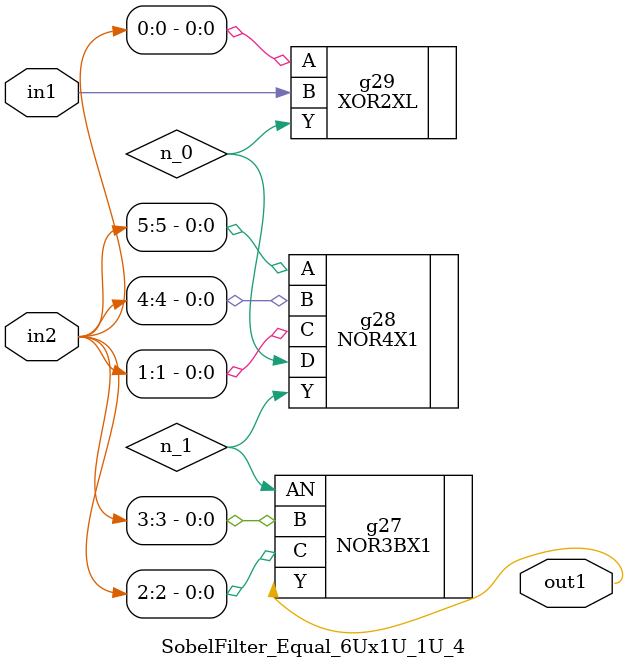
<source format=v>
`timescale 1ps / 1ps


module SobelFilter_Equal_6Ux1U_1U_4(in2, in1, out1);
  input [5:0] in2;
  input in1;
  output out1;
  wire [5:0] in2;
  wire in1;
  wire out1;
  wire n_0, n_1;
  NOR3BX1 g27(.AN (n_1), .B (in2[3]), .C (in2[2]), .Y (out1));
  NOR4X1 g28(.A (in2[5]), .B (in2[4]), .C (in2[1]), .D (n_0), .Y (n_1));
  XOR2XL g29(.A (in2[0]), .B (in1), .Y (n_0));
endmodule


</source>
